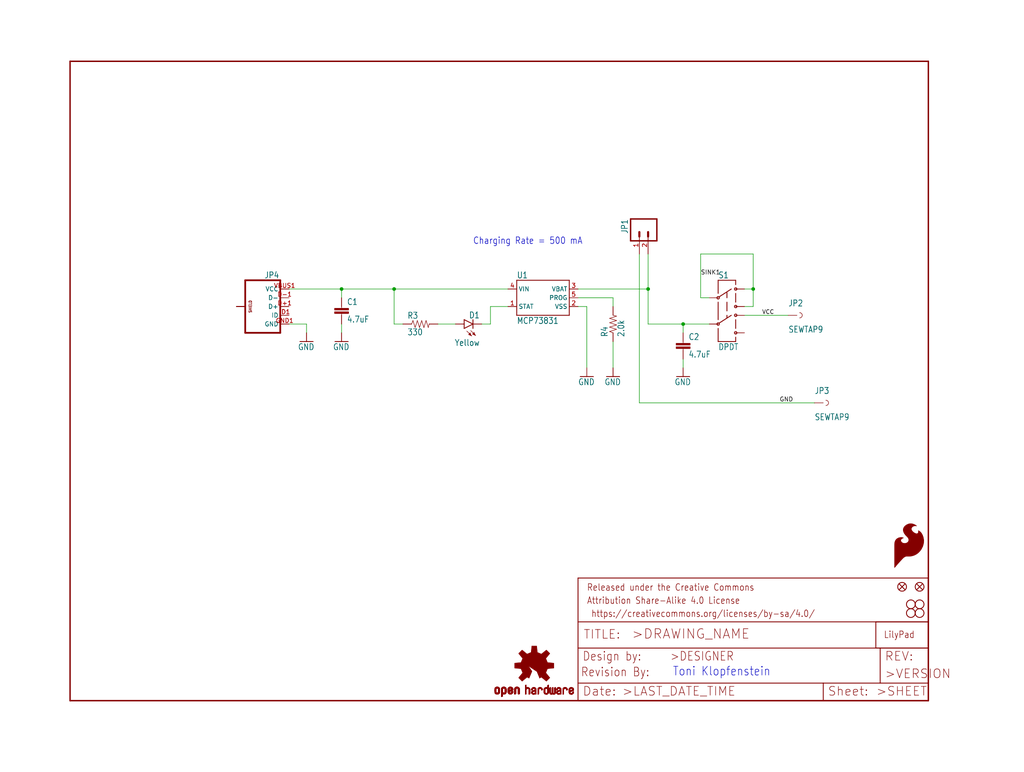
<source format=kicad_sch>
(kicad_sch (version 20211123) (generator eeschema)
  (paper "User" 297.002 223.926)
  (lib_symbols
    (symbol "schematicEagle-eagle-import:2.0KOHM1{slash}10W5%(0603)"
      (property "Reference" "R" (at -3.81 1.4986 0))
      (property "Value" "2.0KOHM1{slash}10W5%(0603)" (at -3.81 -3.302 0))
      (symbol "2.0KOHM1{slash}10W5%(0603)_1_0"
        (pin passive line (at -5.08 0 0) (length 2.54) (name "1") (number "1"))
        (pin passive line (at 5.08 0 180) (length 2.54) (name "2") (number "2"))
      )
    )
    (symbol "schematicEagle-eagle-import:330OHM1{slash}10W1%(0603)"
      (property "Reference" "R" (at -3.81 1.4986 0))
      (property "Value" "330OHM1{slash}10W1%(0603)" (at -3.81 -3.302 0))
      (symbol "330OHM1{slash}10W1%(0603)_1_0"
        (pin passive line (at -5.08 0 0) (length 2.54) (name "1") (number "1"))
        (pin passive line (at 5.08 0 180) (length 2.54) (name "2") (number "2"))
      )
    )
    (symbol "schematicEagle-eagle-import:4.7UF-6.3V-10%(0603)0603"
      (property "Reference" "C" (at 1.524 2.921 0))
      (property "Value" "4.7UF-6.3V-10%(0603)0603" (at 1.524 -2.159 0))
      (symbol "4.7UF-6.3V-10%(0603)0603_1_0"
        (pin passive line (at 0 5.08 270) (length 2.54) (name "1") (number "1"))
        (pin passive line (at 0 -2.54 90) (length 2.54) (name "2") (number "2"))
      )
    )
    (symbol "schematicEagle-eagle-import:FIDUCIAL1X2")
    (symbol "schematicEagle-eagle-import:FRAME-LETTER"
      (symbol "FRAME-LETTER_2_0"
        (text " https://creativecommons.org/licenses/by-sa/4.0/" (at 2.54 24.13 0) (effects (font (size 1.9304 1.6408)) (justify left bottom)))
        (text ">DESIGNER" (at 26.67 11.43 0) (effects (font (size 2.54 2.159)) (justify left bottom)))
        (text ">DRAWING_NAME" (at 15.494 17.78 0) (effects (font (size 2.7432 2.7432)) (justify left bottom)))
        (text ">LAST_DATE_TIME" (at 12.7 1.27 0) (effects (font (size 2.54 2.54)) (justify left bottom)))
        (text ">SHEET" (at 86.36 1.27 0) (effects (font (size 2.54 2.54)) (justify left bottom)))
        (text ">VERSION" (at 88.9 6.35 0) (effects (font (size 2.54 2.54)) (justify left bottom)))
        (text "Attribution Share-Alike 4.0 License" (at 2.54 27.94 0) (effects (font (size 1.9304 1.6408)) (justify left bottom)))
        (text "Date:" (at 1.27 1.27 0) (effects (font (size 2.54 2.54)) (justify left bottom)))
        (text "Design by:" (at 1.27 11.43 0) (effects (font (size 2.54 2.159)) (justify left bottom)))
        (text "Released under the Creative Commons" (at 2.54 31.75 0) (effects (font (size 1.9304 1.6408)) (justify left bottom)))
        (text "REV:" (at 88.9 11.43 0) (effects (font (size 2.54 2.54)) (justify left bottom)))
        (text "Sheet:" (at 72.39 1.27 0) (effects (font (size 2.54 2.54)) (justify left bottom)))
        (text "TITLE:" (at 1.524 17.78 0) (effects (font (size 2.54 2.54)) (justify left bottom)))
      )
    )
    (symbol "schematicEagle-eagle-import:GND" (power)
      (property "Value" "GND" (at -2.54 -2.54 0))
      (symbol "GND_1_0"
        (pin power_in line (at 0 2.54 270) (length 2.54) (name "GND") (number "1"))
      )
    )
    (symbol "schematicEagle-eagle-import:LED-YELLOW0603"
      (property "Reference" "D" (at 3.556 -4.572 90))
      (property "Value" "LED-YELLOW0603" (at 5.715 -4.572 90))
      (symbol "LED-YELLOW0603_1_0"
        (pin passive line (at 0 2.54 270) (length 2.54) (name "A") (number "A"))
        (pin passive line (at 0 -5.08 90) (length 2.54) (name "C") (number "C"))
      )
    )
    (symbol "schematicEagle-eagle-import:LOGO-LPLP"
      (symbol "LOGO-LPLP_1_0"
        (text "LilyPad" (at -0.254 0.254 0) (effects (font (size 1.9304 1.6408)) (justify left bottom)))
      )
    )
    (symbol "schematicEagle-eagle-import:M02-JST-2MM-SMT"
      (property "Reference" "JP" (at -2.54 5.842 0))
      (property "Value" "M02-JST-2MM-SMT" (at -2.54 -5.08 0))
      (symbol "M02-JST-2MM-SMT_1_0"
        (pin passive line (at 7.62 2.54 180) (length 5.08) (name "2") (number "1"))
        (pin passive line (at 7.62 0 180) (length 5.08) (name "1") (number "2"))
      )
    )
    (symbol "schematicEagle-eagle-import:MCP73831"
      (property "Reference" "U" (at -7.62 5.588 0))
      (property "Value" "MCP73831" (at -7.62 -7.62 0))
      (symbol "MCP73831_1_0"
        (pin output line (at -10.16 -2.54 0) (length 2.54) (name "STAT") (number "1"))
        (pin power_in line (at 10.16 -2.54 180) (length 2.54) (name "VSS") (number "2"))
        (pin power_in line (at 10.16 2.54 180) (length 2.54) (name "VBAT") (number "3"))
        (pin power_in line (at -10.16 2.54 0) (length 2.54) (name "VIN") (number "4"))
        (pin input line (at 10.16 0 180) (length 2.54) (name "PROG") (number "5"))
      )
    )
    (symbol "schematicEagle-eagle-import:OSHW-LOGOS")
    (symbol "schematicEagle-eagle-import:REVISION"
      (symbol "REVISION_1_0"
        (text "Revision By: " (at 0 0 0) (effects (font (size 2.54 2.159)) (justify left bottom)))
      )
    )
    (symbol "schematicEagle-eagle-import:SEW-HOLE-NO-PAD")
    (symbol "schematicEagle-eagle-import:SEWTAP9"
      (property "Reference" "JP" (at -2.54 2.54 0))
      (property "Value" "SEWTAP9" (at -2.54 -5.08 0))
      (symbol "SEWTAP9_1_0"
        (pin bidirectional line (at -2.54 0 180) (length 0) (name "1") (number "1"))
      )
    )
    (symbol "schematicEagle-eagle-import:SFE_LOGO_FLAME.1_INCH")
    (symbol "schematicEagle-eagle-import:SWITCH-DPDTAYZ0202"
      (property "Reference" "S" (at -2.54 8.128 0))
      (property "Value" "SWITCH-DPDTAYZ0202" (at -2.54 -12.7 0))
      (symbol "SWITCH-DPDTAYZ0202_1_0"
        (pin bidirectional line (at 5.08 5.08 180) (length 2.54) (name "1") (number "1"))
        (pin bidirectional line (at -5.08 2.54 0) (length 2.54) (name "2") (number "2"))
        (pin bidirectional line (at 5.08 0 180) (length 2.54) (name "3") (number "3"))
        (pin bidirectional line (at 5.08 -2.54 180) (length 2.54) (name "4") (number "4"))
        (pin bidirectional line (at -5.08 -5.08 0) (length 2.54) (name "5") (number "5"))
        (pin bidirectional line (at 5.08 -7.62 180) (length 2.54) (name "6") (number "6"))
      )
    )
    (symbol "schematicEagle-eagle-import:USB_MICROB_PLUGCONN-11752"
      (property "Reference" "JP" (at -4.826 8.128 0))
      (property "Value" "USB_MICROB_PLUGCONN-11752" (at -5.08 -9.906 0))
      (symbol "USB_MICROB_PLUGCONN-11752_1_0"
        (text "SHIELD" (at 4.064 0 900) (effects (font (size 0.8128 0.6908)) (justify bottom)))
        (pin bidirectional line (at -7.62 0 0) (length 2.54) (name "D+") (number "D+1"))
        (pin bidirectional line (at -7.62 2.54 0) (length 2.54) (name "D-") (number "D-1"))
        (pin bidirectional line (at -7.62 -5.08 0) (length 2.54) (name "GND") (number "GND1"))
        (pin bidirectional line (at -7.62 -2.54 0) (length 2.54) (name "ID") (number "ID1"))
        (pin bidirectional line (at 7.62 0 180) (length 2.54) (name "SHIELD") (number "SHIELD1"))
        (pin bidirectional line (at 7.62 0 180) (length 2.54) (name "SHIELD") (number "SHIELD2"))
        (pin bidirectional line (at 7.62 0 180) (length 2.54) (name "SHIELD") (number "SHIELD3"))
        (pin bidirectional line (at -7.62 5.08 0) (length 2.54) (name "VCC") (number "VBUS1"))
      )
    )
  )
  (junction (at 187.96 83.82))
  (junction (at 198.12 93.98))
  (junction (at 99.06 83.82))
  (junction (at 218.44 83.82))
  (junction (at 114.3 83.82))
  (wire (pts (xy 215.9 91.44) (xy 228.6 91.44)))
  (wire (pts (xy 142.24 88.9) (xy 142.24 93.98)))
  (wire (pts (xy 215.9 83.82) (xy 218.44 83.82)))
  (wire (pts (xy 142.24 93.98) (xy 139.7 93.98)))
  (wire (pts (xy 147.32 88.9) (xy 142.24 88.9)))
  (wire (pts (xy 167.64 83.82) (xy 187.96 83.82)))
  (wire (pts (xy 167.64 88.9) (xy 170.18 88.9)))
  (wire (pts (xy 185.42 116.84) (xy 185.42 73.66)))
  (wire (pts (xy 215.9 88.9) (xy 218.44 88.9)))
  (wire (pts (xy 218.44 73.66) (xy 203.2 73.66)))
  (wire (pts (xy 177.8 99.06) (xy 177.8 106.68)))
  (wire (pts (xy 203.2 86.36) (xy 205.74 86.36)))
  (wire (pts (xy 83.82 83.82) (xy 99.06 83.82)))
  (wire (pts (xy 198.12 93.98) (xy 198.12 96.52)))
  (wire (pts (xy 132.08 93.98) (xy 127 93.98)))
  (wire (pts (xy 83.82 93.98) (xy 88.9 93.98)))
  (wire (pts (xy 167.64 86.36) (xy 177.8 86.36)))
  (wire (pts (xy 185.42 116.84) (xy 236.22 116.84)))
  (wire (pts (xy 114.3 93.98) (xy 114.3 83.82)))
  (wire (pts (xy 88.9 93.98) (xy 88.9 96.52)))
  (wire (pts (xy 170.18 88.9) (xy 170.18 106.68)))
  (wire (pts (xy 99.06 83.82) (xy 114.3 83.82)))
  (wire (pts (xy 203.2 73.66) (xy 203.2 86.36)))
  (wire (pts (xy 99.06 93.98) (xy 99.06 96.52)))
  (wire (pts (xy 116.84 93.98) (xy 114.3 93.98)))
  (wire (pts (xy 198.12 93.98) (xy 205.74 93.98)))
  (wire (pts (xy 177.8 86.36) (xy 177.8 88.9)))
  (wire (pts (xy 187.96 73.66) (xy 187.96 83.82)))
  (wire (pts (xy 198.12 104.14) (xy 198.12 106.68)))
  (wire (pts (xy 187.96 83.82) (xy 187.96 93.98)))
  (wire (pts (xy 114.3 83.82) (xy 147.32 83.82)))
  (wire (pts (xy 218.44 83.82) (xy 218.44 73.66)))
  (wire (pts (xy 218.44 88.9) (xy 218.44 83.82)))
  (wire (pts (xy 99.06 83.82) (xy 99.06 86.36)))
  (wire (pts (xy 187.96 93.98) (xy 198.12 93.98)))
  (text "Charging Rate = 500 mA" (at 137.16 71.12 180) (effects (font (size 1.9304 1.6408)) (justify left bottom)))
  (text "Toni Klopfenstein" (at 195.072 196.342 180) (effects (font (size 2.54 2.159)) (justify left bottom)))
  (label "VCC" (at 220.98 91.44 0) (effects (font (size 1.1735 1.1735))))
  (label "SINK1" (at 203.2 80.01 0) (effects (font (size 1.2446 1.2446))))
  (label "GND" (at 226.06 116.84 0) (effects (font (size 1.2446 1.2446))))
  (symbol (lib_id "schematicEagle-eagle-import:MCP73831") (at 157.48 86.36 0) (unit 1)
    (property "Reference" "U1" (at 149.86 80.772 0) (effects (font (size 1.778 1.5113)) (justify left bottom)))
    (property "Value" "MCP73831" (at 149.86 93.98 0) (effects (font (size 1.778 1.5113)) (justify left bottom)))
    (property "Footprint" "schematicEagle:SOT23-5" (effects hide))
  )
  (symbol (lib_id "schematicEagle-eagle-import:SEW-HOLE-NO-PAD") (at 264.16 177.8 0) (unit 1)
    (property "Reference" "STANDOFF3" (effects hide))
    (property "Value" "SEW-HOLE-NO-PAD" (effects hide))
    (property "Footprint" "schematicEagle:SEW-HOLE-NO-PAD" (effects hide))
  )
  (symbol (lib_id "schematicEagle-eagle-import:SEWTAP9") (at 238.76 116.84 0) (unit 1)
    (property "Reference" "JP3" (at 236.22 114.3 0) (effects (font (size 1.778 1.5113)) (justify left bottom)))
    (property "Value" "SEWTAP9" (at 236.22 121.92 0) (effects (font (size 1.778 1.5113)) (justify left bottom)))
    (property "Footprint" "schematicEagle:PETAL-LONG-1-2SIDE" (effects hide))
  )
  (symbol (lib_id "schematicEagle-eagle-import:4.7UF-6.3V-10%(0603)0603") (at 198.12 101.6 0) (unit 1)
    (property "Reference" "C2" (at 199.644 98.679 0) (effects (font (size 1.778 1.5113)) (justify left bottom)))
    (property "Value" "4.7uF" (at 199.644 103.759 0) (effects (font (size 1.778 1.5113)) (justify left bottom)))
    (property "Footprint" "schematicEagle:0603-CAP" (effects hide))
  )
  (symbol (lib_id "schematicEagle-eagle-import:FRAME-LETTER") (at 20.32 203.2 0) (unit 1)
    (property "Reference" "FRAME1" (effects hide))
    (property "Value" "FRAME-LETTER" (effects hide))
    (property "Footprint" "schematicEagle:CREATIVE_COMMONS" (effects hide))
    (property "Value" "FRAME-LETTER" (effects hide))
    (property "Value" "FRAME-LETTER" (effects hide))
  )
  (symbol (lib_id "schematicEagle-eagle-import:FIDUCIAL1X2") (at 261.62 170.18 0) (unit 1)
    (property "Reference" "FID2" (effects hide))
    (property "Value" "FIDUCIAL1X2" (effects hide))
    (property "Footprint" "schematicEagle:FIDUCIAL-1X2" (effects hide))
  )
  (symbol (lib_id "schematicEagle-eagle-import:GND") (at 170.18 109.22 0) (unit 1)
    (property "Reference" "#GND3" (effects hide))
    (property "Value" "GND" (at 167.64 111.76 0) (effects (font (size 1.778 1.5113)) (justify left bottom)))
    (property "Footprint" "schematicEagle:" (effects hide))
  )
  (symbol (lib_id "schematicEagle-eagle-import:OSHW-LOGOS") (at 154.94 193.04 0) (unit 1)
    (property "Reference" "U$5" (effects hide))
    (property "Value" "OSHW-LOGOS" (effects hide))
    (property "Footprint" "schematicEagle:OSHW-LOGO-S" (effects hide))
  )
  (symbol (lib_id "schematicEagle-eagle-import:SEWTAP9") (at 231.14 91.44 0) (unit 1)
    (property "Reference" "JP2" (at 228.6 88.9 0) (effects (font (size 1.778 1.5113)) (justify left bottom)))
    (property "Value" "SEWTAP9" (at 228.6 96.52 0) (effects (font (size 1.778 1.5113)) (justify left bottom)))
    (property "Footprint" "schematicEagle:PETAL-LONG-1-2SIDE" (effects hide))
  )
  (symbol (lib_id "schematicEagle-eagle-import:SFE_LOGO_FLAME.1_INCH") (at 259.08 165.1 0) (unit 1)
    (property "Reference" "JP5" (effects hide))
    (property "Value" "SFE_LOGO_FLAME.1_INCH" (effects hide))
    (property "Footprint" "schematicEagle:SFE_LOGO_FLAME_.1" (effects hide))
  )
  (symbol (lib_id "schematicEagle-eagle-import:330OHM1{slash}10W1%(0603)") (at 121.92 93.98 0) (unit 1)
    (property "Reference" "R3" (at 118.11 92.4814 0) (effects (font (size 1.778 1.5113)) (justify left bottom)))
    (property "Value" "330" (at 118.11 97.282 0) (effects (font (size 1.778 1.5113)) (justify left bottom)))
    (property "Footprint" "schematicEagle:0603-RES" (effects hide))
  )
  (symbol (lib_id "schematicEagle-eagle-import:GND") (at 198.12 109.22 0) (unit 1)
    (property "Reference" "#GND4" (effects hide))
    (property "Value" "GND" (at 195.58 111.76 0) (effects (font (size 1.778 1.5113)) (justify left bottom)))
    (property "Footprint" "schematicEagle:" (effects hide))
  )
  (symbol (lib_id "schematicEagle-eagle-import:GND") (at 88.9 99.06 0) (unit 1)
    (property "Reference" "#GND1" (effects hide))
    (property "Value" "GND" (at 86.36 101.6 0) (effects (font (size 1.778 1.5113)) (justify left bottom)))
    (property "Footprint" "schematicEagle:" (effects hide))
  )
  (symbol (lib_id "schematicEagle-eagle-import:LED-YELLOW0603") (at 134.62 93.98 90) (unit 1)
    (property "Reference" "D1" (at 139.192 90.424 90) (effects (font (size 1.778 1.5113)) (justify left bottom)))
    (property "Value" "Yellow" (at 139.192 98.425 90) (effects (font (size 1.778 1.5113)) (justify left bottom)))
    (property "Footprint" "schematicEagle:LED-0603" (effects hide))
  )
  (symbol (lib_id "schematicEagle-eagle-import:LOGO-LPLP") (at 256.54 185.42 0) (unit 1)
    (property "Reference" "U$1" (effects hide))
    (property "Value" "LOGO-LPLP" (effects hide))
    (property "Footprint" "schematicEagle:LOGO-LILYPAD" (effects hide))
  )
  (symbol (lib_id "schematicEagle-eagle-import:SWITCH-DPDTAYZ0202") (at 210.82 88.9 0) (unit 1)
    (property "Reference" "S1" (at 208.28 80.772 0) (effects (font (size 1.778 1.5113)) (justify left bottom)))
    (property "Value" "DPDT" (at 208.28 101.6 0) (effects (font (size 1.778 1.5113)) (justify left bottom)))
    (property "Footprint" "schematicEagle:AYZ0202" (effects hide))
  )
  (symbol (lib_id "schematicEagle-eagle-import:2.0KOHM1{slash}10W5%(0603)") (at 177.8 93.98 90) (unit 1)
    (property "Reference" "R4" (at 176.3014 97.79 0) (effects (font (size 1.778 1.5113)) (justify left bottom)))
    (property "Value" "2.0k" (at 181.102 97.79 0) (effects (font (size 1.778 1.5113)) (justify left bottom)))
    (property "Footprint" "schematicEagle:0603-RES" (effects hide))
  )
  (symbol (lib_id "schematicEagle-eagle-import:GND") (at 99.06 99.06 0) (unit 1)
    (property "Reference" "#GND2" (effects hide))
    (property "Value" "GND" (at 96.52 101.6 0) (effects (font (size 1.778 1.5113)) (justify left bottom)))
    (property "Footprint" "schematicEagle:" (effects hide))
  )
  (symbol (lib_id "schematicEagle-eagle-import:FIDUCIAL1X2") (at 266.7 170.18 0) (unit 1)
    (property "Reference" "FID1" (effects hide))
    (property "Value" "FIDUCIAL1X2" (effects hide))
    (property "Footprint" "schematicEagle:FIDUCIAL-1X2" (effects hide))
  )
  (symbol (lib_id "schematicEagle-eagle-import:4.7UF-6.3V-10%(0603)0603") (at 99.06 91.44 0) (unit 1)
    (property "Reference" "C1" (at 100.584 88.519 0) (effects (font (size 1.778 1.5113)) (justify left bottom)))
    (property "Value" "4.7uF" (at 100.584 93.599 0) (effects (font (size 1.778 1.5113)) (justify left bottom)))
    (property "Footprint" "schematicEagle:0603-CAP" (effects hide))
  )
  (symbol (lib_id "schematicEagle-eagle-import:M02-JST-2MM-SMT") (at 187.96 66.04 90) (mirror x) (unit 1)
    (property "Reference" "JP1" (at 182.118 63.5 0) (effects (font (size 1.778 1.5113)) (justify left bottom)))
    (property "Value" "M02-JST-2MM-SMT" (effects hide))
    (property "Footprint" "schematicEagle:JST-2-SMD" (effects hide))
  )
  (symbol (lib_id "schematicEagle-eagle-import:FRAME-LETTER") (at 167.64 203.2 0) (unit 2)
    (property "Reference" "FRAME1" (effects hide))
    (property "Value" "FRAME-LETTER" (effects hide))
    (property "Footprint" "schematicEagle:CREATIVE_COMMONS" (effects hide))
    (property "Value" "FRAME-LETTER" (effects hide))
    (property "Value" "FRAME-LETTER" (effects hide))
  )
  (symbol (lib_id "schematicEagle-eagle-import:USB_MICROB_PLUGCONN-11752") (at 76.2 88.9 0) (mirror y) (unit 1)
    (property "Reference" "JP4" (at 81.026 80.772 0) (effects (font (size 1.778 1.5113)) (justify left bottom)))
    (property "Value" "USB_MICROB_PLUGCONN-11752" (effects hide))
    (property "Footprint" "schematicEagle:USB-B-MICRO-SMD_V03" (effects hide))
  )
  (symbol (lib_id "schematicEagle-eagle-import:SEW-HOLE-NO-PAD") (at 266.7 175.26 0) (unit 1)
    (property "Reference" "STANDOFF1" (effects hide))
    (property "Value" "SEW-HOLE-NO-PAD" (effects hide))
    (property "Footprint" "schematicEagle:SEW-HOLE-NO-PAD" (effects hide))
  )
  (symbol (lib_id "schematicEagle-eagle-import:SEW-HOLE-NO-PAD") (at 264.16 175.26 0) (unit 1)
    (property "Reference" "STANDOFF2" (effects hide))
    (property "Value" "SEW-HOLE-NO-PAD" (effects hide))
    (property "Footprint" "schematicEagle:SEW-HOLE-NO-PAD" (effects hide))
  )
  (symbol (lib_id "schematicEagle-eagle-import:GND") (at 177.8 109.22 0) (unit 1)
    (property "Reference" "#GND5" (effects hide))
    (property "Value" "GND" (at 175.26 111.76 0) (effects (font (size 1.778 1.5113)) (justify left bottom)))
    (property "Footprint" "schematicEagle:" (effects hide))
  )
  (symbol (lib_id "schematicEagle-eagle-import:REVISION") (at 168.402 196.342 0) (unit 1)
    (property "Reference" "U$6" (effects hide))
    (property "Value" "REVISION" (effects hide))
    (property "Footprint" "schematicEagle:REVISION" (effects hide))
  )
  (symbol (lib_id "schematicEagle-eagle-import:SEW-HOLE-NO-PAD") (at 266.7 177.8 0) (unit 1)
    (property "Reference" "STANDOFF4" (effects hide))
    (property "Value" "SEW-HOLE-NO-PAD" (effects hide))
    (property "Footprint" "schematicEagle:SEW-HOLE-NO-PAD" (effects hide))
  )
)
</source>
